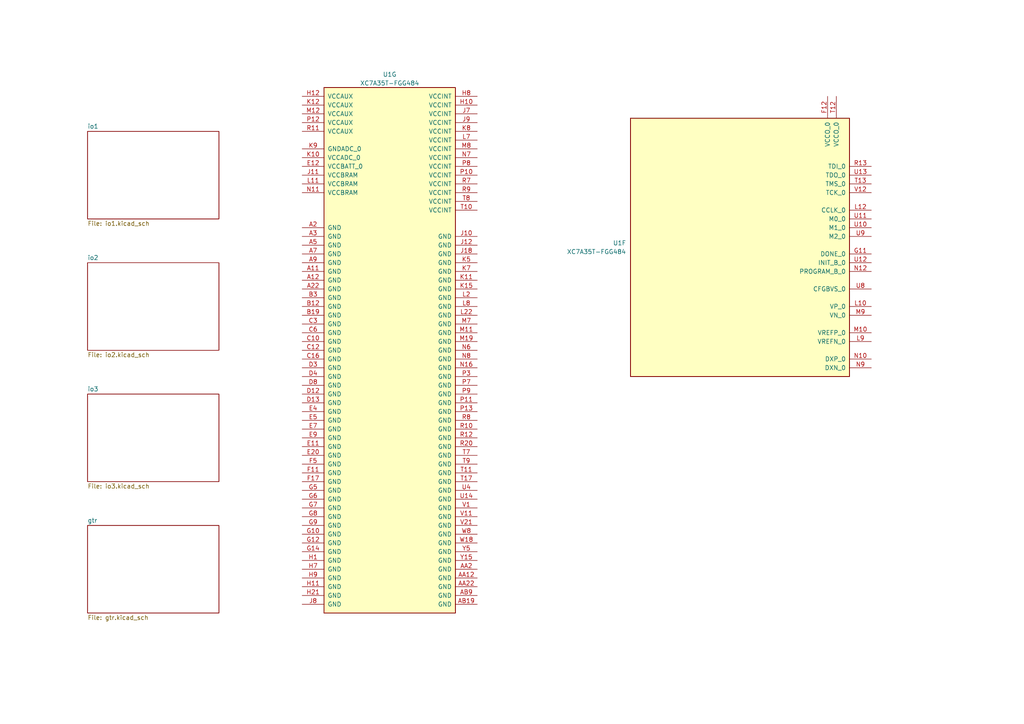
<source format=kicad_sch>
(kicad_sch (version 20250114) (generator "eeschema") (generator_version "9.0")
  (paper "A4")
  (lib_symbols
    (symbol "FPGA_Xilinx_Artix7:XC7A35T-FGG484" (pin_names (offset 1.016))
      (property "Reference" "U" (at 0 1.27 0))
      (property "Value" "XC7A35T-FGG484" (at 0 -1.27 0))
      (symbol "XC7A35T-FGG484_1_1"
        (rectangle (start -44.45 67.31) (end 44.45 -73.66) (stroke (width 0.254)) (fill (type background)))
        (pin power_in line (at -40.64 73.66 270) (length 6.35) (name "VCCO_13") (number "AA17"))
        (pin power_in line (at -38.1 73.66 270) (length 6.35) (name "VCCO_13") (number "AB14"))
        (pin power_in line (at -35.56 73.66 270) (length 6.35) (name "VCCO_13") (number "V16"))
        (pin power_in line (at -33.02 73.66 270) (length 6.35) (name "VCCO_13") (number "W13"))
        (pin power_in line (at -30.48 73.66 270) (length 6.35) (name "VCCO_13") (number "Y10"))
        (pin power_in line (at 27.94 73.66 270) (length 6.35) (name "VCCO_14") (number "M14"))
        (pin power_in line (at 30.48 73.66 270) (length 6.35) (name "VCCO_14") (number "P18"))
        (pin power_in line (at 33.02 73.66 270) (length 6.35) (name "VCCO_14") (number "R15"))
        (pin power_in line (at 35.56 73.66 270) (length 6.35) (name "VCCO_14") (number "T22"))
        (pin power_in line (at 38.1 73.66 270) (length 6.35) (name "VCCO_14") (number "U19"))
        (pin power_in line (at 40.64 73.66 270) (length 6.35) (name "VCCO_14") (number "Y20"))
        (pin bidirectional line (at 50.8 53.34 180) (length 6.35) (name "IO_0_14") (number "P20"))
        (pin bidirectional line (at 50.8 50.8 180) (length 6.35) (name "IO_L1P_T0_D00_MOSI_14") (number "P22"))
        (pin bidirectional line (at 50.8 48.26 180) (length 6.35) (name "IO_L1N_T0_D01_DIN_14") (number "R22"))
        (pin bidirectional line (at 50.8 45.72 180) (length 6.35) (name "IO_L2P_T0_D02_14") (number "P21"))
        (pin bidirectional line (at 50.8 43.18 180) (length 6.35) (name "IO_L2N_T0_D03_14") (number "R21"))
        (pin bidirectional line (at 50.8 40.64 180) (length 6.35) (name "IO_L3P_T0_DQS_PUDC_B_14") (number "U22"))
        (pin bidirectional line (at 50.8 38.1 180) (length 6.35) (name "IO_L3N_T0_DQS_EMCCLK_14") (number "V22"))
        (pin bidirectional line (at 50.8 35.56 180) (length 6.35) (name "IO_L4P_T0_D04_14") (number "T21"))
        (pin bidirectional line (at 50.8 33.02 180) (length 6.35) (name "IO_L4N_T0_D05_14") (number "U21"))
        (pin bidirectional line (at 50.8 30.48 180) (length 6.35) (name "IO_L5P_T0_D06_14") (number "P19"))
        (pin bidirectional line (at 50.8 27.94 180) (length 6.35) (name "IO_L5N_T0_D07_14") (number "R19"))
        (pin bidirectional line (at 50.8 25.4 180) (length 6.35) (name "IO_L6P_T0_FCS_B_14") (number "T19"))
        (pin bidirectional line (at 50.8 22.86 180) (length 6.35) (name "IO_L6N_T0_D08_VREF_14") (number "T20"))
        (pin bidirectional line (at 50.8 20.32 180) (length 6.35) (name "IO_L7P_T1_D09_14") (number "W21"))
        (pin bidirectional line (at 50.8 17.78 180) (length 6.35) (name "IO_L7N_T1_D10_14") (number "W22"))
        (pin bidirectional line (at 50.8 15.24 180) (length 6.35) (name "IO_L8P_T1_D11_14") (number "AA20"))
        (pin bidirectional line (at 50.8 12.7 180) (length 6.35) (name "IO_L8N_T1_D12_14") (number "AA21"))
        (pin bidirectional line (at 50.8 10.16 180) (length 6.35) (name "IO_L9P_T1_DQS_14") (number "Y21"))
        (pin bidirectional line (at 50.8 7.62 180) (length 6.35) (name "IO_L9N_T1_DQS_D13_14") (number "Y22"))
        (pin bidirectional line (at 50.8 5.08 180) (length 6.35) (name "IO_L10P_T1_D14_14") (number "AB21"))
        (pin bidirectional line (at 50.8 2.54 180) (length 6.35) (name "IO_L10N_T1_D15_14") (number "AB22"))
        (pin bidirectional line (at 50.8 0 180) (length 6.35) (name "IO_L11P_T1_SRCC_14") (number "U20"))
        (pin bidirectional line (at 50.8 -2.54 180) (length 6.35) (name "IO_L11N_T1_SRCC_14") (number "V20"))
        (pin bidirectional line (at 50.8 -5.08 180) (length 6.35) (name "IO_L12P_T1_MRCC_14") (number "W19"))
        (pin bidirectional line (at 50.8 -7.62 180) (length 6.35) (name "IO_L12N_T1_MRCC_14") (number "W20"))
        (pin bidirectional line (at 50.8 -10.16 180) (length 6.35) (name "IO_L13P_T2_MRCC_14") (number "Y18"))
        (pin bidirectional line (at 50.8 -12.7 180) (length 6.35) (name "IO_L13N_T2_MRCC_14") (number "Y19"))
        (pin bidirectional line (at 50.8 -15.24 180) (length 6.35) (name "IO_L14P_T2_SRCC_14") (number "V18"))
        (pin bidirectional line (at 50.8 -17.78 180) (length 6.35) (name "IO_L14N_T2_SRCC_14") (number "V19"))
        (pin bidirectional line (at 50.8 -20.32 180) (length 6.35) (name "IO_L15P_T2_DQS_RDWR_B_14") (number "AA19"))
        (pin bidirectional line (at 50.8 -22.86 180) (length 6.35) (name "IO_L15N_T2_DQS_DOUT_CSO_B_14") (number "AB20"))
        (pin bidirectional line (at 50.8 -25.4 180) (length 6.35) (name "IO_L16P_T2_CSI_B_14") (number "V17"))
        (pin bidirectional line (at 50.8 -27.94 180) (length 6.35) (name "IO_L16N_T2_A15_D31_14") (number "W17"))
        (pin bidirectional line (at 50.8 -30.48 180) (length 6.35) (name "IO_L17P_T2_A14_D30_14") (number "AA18"))
        (pin bidirectional line (at 50.8 -33.02 180) (length 6.35) (name "IO_L17N_T2_A13_D29_14") (number "AB18"))
        (pin bidirectional line (at 50.8 -35.56 180) (length 6.35) (name "IO_L18P_T2_A12_D28_14") (number "U17"))
        (pin bidirectional line (at 50.8 -38.1 180) (length 6.35) (name "IO_L18N_T2_A11_D27_14") (number "U18"))
        (pin bidirectional line (at 50.8 -40.64 180) (length 6.35) (name "IO_L19P_T3_A10_D26_14") (number "P14"))
        (pin bidirectional line (at 50.8 -43.18 180) (length 6.35) (name "IO_L19N_T3_A09_D25_VREF_14") (number "R14"))
        (pin bidirectional line (at 50.8 -45.72 180) (length 6.35) (name "IO_L20P_T3_A08_D24_14") (number "R18"))
        (pin bidirectional line (at 50.8 -48.26 180) (length 6.35) (name "IO_L20N_T3_A07_D23_14") (number "T18"))
        (pin bidirectional line (at 50.8 -50.8 180) (length 6.35) (name "IO_L21P_T3_DQS_14") (number "N17"))
        (pin bidirectional line (at 50.8 -53.34 180) (length 6.35) (name "IO_L21N_T3_DQS_A06_D22_14") (number "P17"))
        (pin bidirectional line (at 50.8 -55.88 180) (length 6.35) (name "IO_L22P_T3_A05_D21_14") (number "P15"))
        (pin bidirectional line (at 50.8 -58.42 180) (length 6.35) (name "IO_L22N_T3_A04_D20_14") (number "R16"))
        (pin bidirectional line (at 50.8 -60.96 180) (length 6.35) (name "IO_L23P_T3_A03_D19_14") (number "N13"))
        (pin bidirectional line (at 50.8 -63.5 180) (length 6.35) (name "IO_L23N_T3_A02_D18_14") (number "N14"))
        (pin bidirectional line (at 50.8 -66.04 180) (length 6.35) (name "IO_L24P_T3_A01_D17_14") (number "P16"))
        (pin bidirectional line (at 50.8 -68.58 180) (length 6.35) (name "IO_L24N_T3_A00_D16_14") (number "R17"))
        (pin bidirectional line (at 50.8 -71.12 180) (length 6.35) (name "IO_25_14") (number "N15"))
      )
      (symbol "XC7A35T-FGG484_2_1"
        (rectangle (start -44.45 67.31) (end 44.45 -73.66) (stroke (width 0.254)) (fill (type background)))
        (pin bidirectional line (at -50.8 53.34 0) (length 6.35) (name "IO_0_15") (number "J16"))
        (pin bidirectional line (at -50.8 50.8 0) (length 6.35) (name "IO_L1P_T0_AD0P_15") (number "H13"))
        (pin bidirectional line (at -50.8 48.26 0) (length 6.35) (name "IO_L1N_T0_AD0N_15") (number "G13"))
        (pin bidirectional line (at -50.8 45.72 0) (length 6.35) (name "IO_L2P_T0_AD8P_15") (number "G15"))
        (pin bidirectional line (at -50.8 43.18 0) (length 6.35) (name "IO_L2N_T0_AD8N_15") (number "G16"))
        (pin bidirectional line (at -50.8 40.64 0) (length 6.35) (name "IO_L3P_T0_DQS_AD1P_15") (number "J14"))
        (pin bidirectional line (at -50.8 38.1 0) (length 6.35) (name "IO_L3N_T0_DQS_AD1N_15") (number "H14"))
        (pin bidirectional line (at -50.8 35.56 0) (length 6.35) (name "IO_L4P_T0_15") (number "G17"))
        (pin bidirectional line (at -50.8 33.02 0) (length 6.35) (name "IO_L4N_T0_15") (number "G18"))
        (pin bidirectional line (at -50.8 30.48 0) (length 6.35) (name "IO_L5P_T0_AD9P_15") (number "J15"))
        (pin bidirectional line (at -50.8 27.94 0) (length 6.35) (name "IO_L5N_T0_AD9N_15") (number "H15"))
        (pin bidirectional line (at -50.8 25.4 0) (length 6.35) (name "IO_L6P_T0_15") (number "H17"))
        (pin bidirectional line (at -50.8 22.86 0) (length 6.35) (name "IO_L6N_T0_VREF_15") (number "H18"))
        (pin bidirectional line (at -50.8 20.32 0) (length 6.35) (name "IO_L7P_T1_AD2P_15") (number "J22"))
        (pin bidirectional line (at -50.8 17.78 0) (length 6.35) (name "IO_L7N_T1_AD2N_15") (number "H22"))
        (pin bidirectional line (at -50.8 15.24 0) (length 6.35) (name "IO_L8P_T1_AD10P_15") (number "H20"))
        (pin bidirectional line (at -50.8 12.7 0) (length 6.35) (name "IO_L8N_T1_AD10N_15") (number "G20"))
        (pin bidirectional line (at -50.8 10.16 0) (length 6.35) (name "IO_L9P_T1_DQS_AD3P_15") (number "K21"))
        (pin bidirectional line (at -50.8 7.62 0) (length 6.35) (name "IO_L9N_T1_DQS_AD3N_15") (number "K22"))
        (pin bidirectional line (at -50.8 5.08 0) (length 6.35) (name "IO_L10P_T1_AD11P_15") (number "M21"))
        (pin bidirectional line (at -50.8 2.54 0) (length 6.35) (name "IO_L10N_T1_AD11N_15") (number "L21"))
        (pin bidirectional line (at -50.8 0 0) (length 6.35) (name "IO_L11P_T1_SRCC_15") (number "J20"))
        (pin bidirectional line (at -50.8 -2.54 0) (length 6.35) (name "IO_L11N_T1_SRCC_15") (number "J21"))
        (pin bidirectional line (at -50.8 -5.08 0) (length 6.35) (name "IO_L12P_T1_MRCC_15") (number "J19"))
        (pin bidirectional line (at -50.8 -7.62 0) (length 6.35) (name "IO_L12N_T1_MRCC_15") (number "H19"))
        (pin bidirectional line (at -50.8 -10.16 0) (length 6.35) (name "IO_L13P_T2_MRCC_15") (number "K18"))
        (pin bidirectional line (at -50.8 -12.7 0) (length 6.35) (name "IO_L13N_T2_MRCC_15") (number "K19"))
        (pin bidirectional line (at -50.8 -15.24 0) (length 6.35) (name "IO_L14P_T2_SRCC_15") (number "L19"))
        (pin bidirectional line (at -50.8 -17.78 0) (length 6.35) (name "IO_L14N_T2_SRCC_15") (number "L20"))
        (pin bidirectional line (at -50.8 -20.32 0) (length 6.35) (name "IO_L15P_T2_DQS_15") (number "N22"))
        (pin bidirectional line (at -50.8 -22.86 0) (length 6.35) (name "IO_L15N_T2_DQS_ADV_B_15") (number "M22"))
        (pin bidirectional line (at -50.8 -25.4 0) (length 6.35) (name "IO_L16P_T2_A28_15") (number "M18"))
        (pin bidirectional line (at -50.8 -27.94 0) (length 6.35) (name "IO_L16N_T2_A27_15") (number "L18"))
        (pin bidirectional line (at -50.8 -30.48 0) (length 6.35) (name "IO_L17P_T2_A26_15") (number "N18"))
        (pin bidirectional line (at -50.8 -33.02 0) (length 6.35) (name "IO_L17N_T2_A25_15") (number "N19"))
        (pin bidirectional line (at -50.8 -35.56 0) (length 6.35) (name "IO_L18P_T2_A24_15") (number "N20"))
        (pin bidirectional line (at -50.8 -38.1 0) (length 6.35) (name "IO_L18N_T2_A23_15") (number "M20"))
        (pin bidirectional line (at -50.8 -40.64 0) (length 6.35) (name "IO_L19P_T3_A22_15") (number "K13"))
        (pin bidirectional line (at -50.8 -43.18 0) (length 6.35) (name "IO_L19N_T3_A21_VREF_15") (number "K14"))
        (pin bidirectional line (at -50.8 -45.72 0) (length 6.35) (name "IO_L20P_T3_A20_15") (number "M13"))
        (pin bidirectional line (at -50.8 -48.26 0) (length 6.35) (name "IO_L20N_T3_A19_15") (number "L13"))
        (pin bidirectional line (at -50.8 -50.8 0) (length 6.35) (name "IO_L21P_T3_DQS_15") (number "K17"))
        (pin bidirectional line (at -50.8 -53.34 0) (length 6.35) (name "IO_L21N_T3_DQS_A18_15") (number "J17"))
        (pin bidirectional line (at -50.8 -55.88 0) (length 6.35) (name "IO_L22P_T3_A17_15") (number "L14"))
        (pin bidirectional line (at -50.8 -58.42 0) (length 6.35) (name "IO_L22N_T3_A16_15") (number "L15"))
        (pin bidirectional line (at -50.8 -60.96 0) (length 6.35) (name "IO_L23P_T3_FOE_B_15") (number "L16"))
        (pin bidirectional line (at -50.8 -63.5 0) (length 6.35) (name "IO_L23N_T3_FWE_B_15") (number "K16"))
        (pin bidirectional line (at -50.8 -66.04 0) (length 6.35) (name "IO_L24P_T3_RS1_15") (number "M15"))
        (pin bidirectional line (at -50.8 -68.58 0) (length 6.35) (name "IO_L24N_T3_RS0_15") (number "M16"))
        (pin bidirectional line (at -50.8 -71.12 0) (length 6.35) (name "IO_25_15") (number "M17"))
        (pin power_in line (at -40.64 73.66 270) (length 6.35) (name "VCCO_15") (number "G19"))
        (pin power_in line (at -38.1 73.66 270) (length 6.35) (name "VCCO_15") (number "H16"))
        (pin power_in line (at -35.56 73.66 270) (length 6.35) (name "VCCO_15") (number "J13"))
        (pin power_in line (at -33.02 73.66 270) (length 6.35) (name "VCCO_15") (number "K20"))
        (pin power_in line (at -30.48 73.66 270) (length 6.35) (name "VCCO_15") (number "L17"))
        (pin power_in line (at -27.94 73.66 270) (length 6.35) (name "VCCO_15") (number "N21"))
        (pin power_in line (at 27.94 73.66 270) (length 6.35) (name "VCCO_16") (number "A17"))
        (pin power_in line (at 30.48 73.66 270) (length 6.35) (name "VCCO_16") (number "B14"))
        (pin power_in line (at 33.02 73.66 270) (length 6.35) (name "VCCO_16") (number "C21"))
        (pin power_in line (at 35.56 73.66 270) (length 6.35) (name "VCCO_16") (number "D18"))
        (pin power_in line (at 38.1 73.66 270) (length 6.35) (name "VCCO_16") (number "E15"))
        (pin power_in line (at 40.64 73.66 270) (length 6.35) (name "VCCO_16") (number "F22"))
        (pin bidirectional line (at 50.8 53.34 180) (length 6.35) (name "IO_0_16") (number "F15"))
        (pin bidirectional line (at 50.8 50.8 180) (length 6.35) (name "IO_L1P_T0_16") (number "F13"))
        (pin bidirectional line (at 50.8 48.26 180) (length 6.35) (name "IO_L1N_T0_16") (number "F14"))
        (pin bidirectional line (at 50.8 45.72 180) (length 6.35) (name "IO_L2P_T0_16") (number "F16"))
        (pin bidirectional line (at 50.8 43.18 180) (length 6.35) (name "IO_L2N_T0_16") (number "E17"))
        (pin bidirectional line (at 50.8 40.64 180) (length 6.35) (name "IO_L3P_T0_DQS_16") (number "C14"))
        (pin bidirectional line (at 50.8 38.1 180) (length 6.35) (name "IO_L3N_T0_DQS_16") (number "C15"))
        (pin bidirectional line (at 50.8 35.56 180) (length 6.35) (name "IO_L4P_T0_16") (number "E13"))
        (pin bidirectional line (at 50.8 33.02 180) (length 6.35) (name "IO_L4N_T0_16") (number "E14"))
        (pin bidirectional line (at 50.8 30.48 180) (length 6.35) (name "IO_L5P_T0_16") (number "E16"))
        (pin bidirectional line (at 50.8 27.94 180) (length 6.35) (name "IO_L5N_T0_16") (number "D16"))
        (pin bidirectional line (at 50.8 25.4 180) (length 6.35) (name "IO_L6P_T0_16") (number "D14"))
        (pin bidirectional line (at 50.8 22.86 180) (length 6.35) (name "IO_L6N_T0_VREF_16") (number "D15"))
        (pin bidirectional line (at 50.8 20.32 180) (length 6.35) (name "IO_L7P_T1_16") (number "B15"))
        (pin bidirectional line (at 50.8 17.78 180) (length 6.35) (name "IO_L7N_T1_16") (number "B16"))
        (pin bidirectional line (at 50.8 15.24 180) (length 6.35) (name "IO_L8P_T1_16") (number "C13"))
        (pin bidirectional line (at 50.8 12.7 180) (length 6.35) (name "IO_L8N_T1_16") (number "B13"))
        (pin bidirectional line (at 50.8 10.16 180) (length 6.35) (name "IO_L9P_T1_DQS_16") (number "A15"))
        (pin bidirectional line (at 50.8 7.62 180) (length 6.35) (name "IO_L9N_T1_DQS_16") (number "A16"))
        (pin bidirectional line (at 50.8 5.08 180) (length 6.35) (name "IO_L10P_T1_16") (number "A13"))
        (pin bidirectional line (at 50.8 2.54 180) (length 6.35) (name "IO_L10N_T1_16") (number "A14"))
        (pin bidirectional line (at 50.8 0 180) (length 6.35) (name "IO_L11P_T1_SRCC_16") (number "B17"))
        (pin bidirectional line (at 50.8 -2.54 180) (length 6.35) (name "IO_L11N_T1_SRCC_16") (number "B18"))
        (pin bidirectional line (at 50.8 -5.08 180) (length 6.35) (name "IO_L12P_T1_MRCC_16") (number "D17"))
        (pin bidirectional line (at 50.8 -7.62 180) (length 6.35) (name "IO_L12N_T1_MRCC_16") (number "C17"))
        (pin bidirectional line (at 50.8 -10.16 180) (length 6.35) (name "IO_L13P_T2_MRCC_16") (number "C18"))
        (pin bidirectional line (at 50.8 -12.7 180) (length 6.35) (name "IO_L13N_T2_MRCC_16") (number "C19"))
        (pin bidirectional line (at 50.8 -15.24 180) (length 6.35) (name "IO_L14P_T2_SRCC_16") (number "E19"))
        (pin bidirectional line (at 50.8 -17.78 180) (length 6.35) (name "IO_L14N_T2_SRCC_16") (number "D19"))
        (pin bidirectional line (at 50.8 -20.32 180) (length 6.35) (name "IO_L15P_T2_DQS_16") (number "F18"))
        (pin bidirectional line (at 50.8 -22.86 180) (length 6.35) (name "IO_L15N_T2_DQS_16") (number "E18"))
        (pin bidirectional line (at 50.8 -25.4 180) (length 6.35) (name "IO_L16P_T2_16") (number "B20"))
        (pin bidirectional line (at 50.8 -27.94 180) (length 6.35) (name "IO_L16N_T2_16") (number "A20"))
        (pin bidirectional line (at 50.8 -30.48 180) (length 6.35) (name "IO_L17P_T2_16") (number "A18"))
        (pin bidirectional line (at 50.8 -33.02 180) (length 6.35) (name "IO_L17N_T2_16") (number "A19"))
        (pin bidirectional line (at 50.8 -35.56 180) (length 6.35) (name "IO_L18P_T2_16") (number "F19"))
        (pin bidirectional line (at 50.8 -38.1 180) (length 6.35) (name "IO_L18N_T2_16") (number "F20"))
        (pin bidirectional line (at 50.8 -40.64 180) (length 6.35) (name "IO_L19P_T3_16") (number "D20"))
        (pin bidirectional line (at 50.8 -43.18 180) (length 6.35) (name "IO_L19N_T3_VREF_16") (number "C20"))
        (pin bidirectional line (at 50.8 -45.72 180) (length 6.35) (name "IO_L20P_T3_16") (number "C22"))
        (pin bidirectional line (at 50.8 -48.26 180) (length 6.35) (name "IO_L20N_T3_16") (number "B22"))
        (pin bidirectional line (at 50.8 -50.8 180) (length 6.35) (name "IO_L21P_T3_DQS_16") (number "B21"))
        (pin bidirectional line (at 50.8 -53.34 180) (length 6.35) (name "IO_L21N_T3_DQS_16") (number "A21"))
        (pin bidirectional line (at 50.8 -55.88 180) (length 6.35) (name "IO_L22P_T3_16") (number "E22"))
        (pin bidirectional line (at 50.8 -58.42 180) (length 6.35) (name "IO_L22N_T3_16") (number "D22"))
        (pin bidirectional line (at 50.8 -60.96 180) (length 6.35) (name "IO_L23P_T3_16") (number "E21"))
        (pin bidirectional line (at 50.8 -63.5 180) (length 6.35) (name "IO_L23N_T3_16") (number "D21"))
        (pin bidirectional line (at 50.8 -66.04 180) (length 6.35) (name "IO_L24P_T3_16") (number "G21"))
        (pin bidirectional line (at 50.8 -68.58 180) (length 6.35) (name "IO_L24N_T3_16") (number "G22"))
        (pin bidirectional line (at 50.8 -71.12 180) (length 6.35) (name "IO_25_16") (number "F21"))
      )
      (symbol "XC7A35T-FGG484_3_1"
        (rectangle (start -44.45 67.31) (end 44.45 -73.66) (stroke (width 0.254)) (fill (type background)))
        (pin bidirectional line (at -50.8 53.34 0) (length 6.35) (name "IO_0_34") (number "T3"))
        (pin bidirectional line (at -50.8 50.8 0) (length 6.35) (name "IO_L1P_T0_34") (number "T1"))
        (pin bidirectional line (at -50.8 48.26 0) (length 6.35) (name "IO_L1N_T0_34") (number "U1"))
        (pin bidirectional line (at -50.8 45.72 0) (length 6.35) (name "IO_L2P_T0_34") (number "U2"))
        (pin bidirectional line (at -50.8 43.18 0) (length 6.35) (name "IO_L2N_T0_34") (number "V2"))
        (pin bidirectional line (at -50.8 40.64 0) (length 6.35) (name "IO_L3P_T0_DQS_34") (number "R3"))
        (pin bidirectional line (at -50.8 38.1 0) (length 6.35) (name "IO_L3N_T0_DQS_34") (number "R2"))
        (pin bidirectional line (at -50.8 35.56 0) (length 6.35) (name "IO_L4P_T0_34") (number "W2"))
        (pin bidirectional line (at -50.8 33.02 0) (length 6.35) (name "IO_L4N_T0_34") (number "Y2"))
        (pin bidirectional line (at -50.8 30.48 0) (length 6.35) (name "IO_L5P_T0_34") (number "W1"))
        (pin bidirectional line (at -50.8 27.94 0) (length 6.35) (name "IO_L5N_T0_34") (number "Y1"))
        (pin bidirectional line (at -50.8 25.4 0) (length 6.35) (name "IO_L6P_T0_34") (number "U3"))
        (pin bidirectional line (at -50.8 22.86 0) (length 6.35) (name "IO_L6N_T0_VREF_34") (number "V3"))
        (pin bidirectional line (at -50.8 20.32 0) (length 6.35) (name "IO_L7P_T1_34") (number "AA1"))
        (pin bidirectional line (at -50.8 17.78 0) (length 6.35) (name "IO_L7N_T1_34") (number "AB1"))
        (pin bidirectional line (at -50.8 15.24 0) (length 6.35) (name "IO_L8P_T1_34") (number "AB3"))
        (pin bidirectional line (at -50.8 12.7 0) (length 6.35) (name "IO_L8N_T1_34") (number "AB2"))
        (pin bidirectional line (at -50.8 10.16 0) (length 6.35) (name "IO_L9P_T1_DQS_34") (number "Y3"))
        (pin bidirectional line (at -50.8 7.62 0) (length 6.35) (name "IO_L9N_T1_DQS_34") (number "AA3"))
        (pin bidirectional line (at -50.8 5.08 0) (length 6.35) (name "IO_L10P_T1_34") (number "AA5"))
        (pin bidirectional line (at -50.8 2.54 0) (length 6.35) (name "IO_L10N_T1_34") (number "AB5"))
        (pin bidirectional line (at -50.8 0 0) (length 6.35) (name "IO_L11P_T1_SRCC_34") (number "Y4"))
        (pin bidirectional line (at -50.8 -2.54 0) (length 6.35) (name "IO_L11N_T1_SRCC_34") (number "AA4"))
        (pin bidirectional line (at -50.8 -5.08 0) (length 6.35) (name "IO_L12P_T1_MRCC_34") (number "V4"))
        (pin bidirectional line (at -50.8 -7.62 0) (length 6.35) (name "IO_L12N_T1_MRCC_34") (number "W4"))
        (pin bidirectional line (at -50.8 -10.16 0) (length 6.35) (name "IO_L13P_T2_MRCC_34") (number "R4"))
        (pin bidirectional line (at -50.8 -12.7 0) (length 6.35) (name "IO_L13N_T2_MRCC_34") (number "T4"))
        (pin bidirectional line (at -50.8 -15.24 0) (length 6.35) (name "IO_L14P_T2_SRCC_34") (number "T5"))
        (pin bidirectional line (at -50.8 -17.78 0) (length 6.35) (name "IO_L14N_T2_SRCC_34") (number "U5"))
        (pin bidirectional line (at -50.8 -20.32 0) (length 6.35) (name "IO_L15P_T2_DQS_34") (number "W6"))
        (pin bidirectional line (at -50.8 -22.86 0) (length 6.35) (name "IO_L15N_T2_DQS_34") (number "W5"))
        (pin bidirectional line (at -50.8 -25.4 0) (length 6.35) (name "IO_L16P_T2_34") (number "U6"))
        (pin bidirectional line (at -50.8 -27.94 0) (length 6.35) (name "IO_L16N_T2_34") (number "V5"))
        (pin bidirectional line (at -50.8 -30.48 0) (length 6.35) (name "IO_L17P_T2_34") (number "R6"))
        (pin bidirectional line (at -50.8 -33.02 0) (length 6.35) (name "IO_L17N_T2_34") (number "T6"))
        (pin bidirectional line (at -50.8 -35.56 0) (length 6.35) (name "IO_L18P_T2_34") (number "Y6"))
        (pin bidirectional line (at -50.8 -38.1 0) (length 6.35) (name "IO_L18N_T2_34") (number "AA6"))
        (pin bidirectional line (at -50.8 -40.64 0) (length 6.35) (name "IO_L19P_T3_34") (number "V7"))
        (pin bidirectional line (at -50.8 -43.18 0) (length 6.35) (name "IO_L19N_T3_VREF_34") (number "W7"))
        (pin bidirectional line (at -50.8 -45.72 0) (length 6.35) (name "IO_L20P_T3_34") (number "AB7"))
        (pin bidirectional line (at -50.8 -48.26 0) (length 6.35) (name "IO_L20N_T3_34") (number "AB6"))
        (pin bidirectional line (at -50.8 -50.8 0) (length 6.35) (name "IO_L21P_T3_DQS_34") (number "V9"))
        (pin bidirectional line (at -50.8 -53.34 0) (length 6.35) (name "IO_L21N_T3_DQS_34") (number "V8"))
        (pin bidirectional line (at -50.8 -55.88 0) (length 6.35) (name "IO_L22P_T3_34") (number "AA8"))
        (pin bidirectional line (at -50.8 -58.42 0) (length 6.35) (name "IO_L22N_T3_34") (number "AB8"))
        (pin bidirectional line (at -50.8 -60.96 0) (length 6.35) (name "IO_L23P_T3_34") (number "Y8"))
        (pin bidirectional line (at -50.8 -63.5 0) (length 6.35) (name "IO_L23N_T3_34") (number "Y7"))
        (pin bidirectional line (at -50.8 -66.04 0) (length 6.35) (name "IO_L24P_T3_34") (number "W9"))
        (pin bidirectional line (at -50.8 -68.58 0) (length 6.35) (name "IO_L24N_T3_34") (number "Y9"))
        (pin bidirectional line (at -50.8 -71.12 0) (length 6.35) (name "IO_25_34") (number "U7"))
        (pin power_in line (at -40.64 73.66 270) (length 6.35) (name "VCCO_34") (number "AA7"))
        (pin power_in line (at -38.1 73.66 270) (length 6.35) (name "VCCO_34") (number "AB4"))
        (pin power_in line (at -35.56 73.66 270) (length 6.35) (name "VCCO_34") (number "R5"))
        (pin power_in line (at -33.02 73.66 270) (length 6.35) (name "VCCO_34") (number "T2"))
        (pin power_in line (at -30.48 73.66 270) (length 6.35) (name "VCCO_34") (number "V6"))
        (pin power_in line (at -27.94 73.66 270) (length 6.35) (name "VCCO_34") (number "W3"))
        (pin power_in line (at 27.94 73.66 270) (length 6.35) (name "VCCO_35") (number "C1"))
        (pin power_in line (at 30.48 73.66 270) (length 6.35) (name "VCCO_35") (number "F2"))
        (pin power_in line (at 33.02 73.66 270) (length 6.35) (name "VCCO_35") (number "H6"))
        (pin power_in line (at 35.56 73.66 270) (length 6.35) (name "VCCO_35") (number "J3"))
        (pin power_in line (at 38.1 73.66 270) (length 6.35) (name "VCCO_35") (number "M4"))
        (pin power_in line (at 40.64 73.66 270) (length 6.35) (name "VCCO_35") (number "N1"))
        (pin bidirectional line (at 50.8 53.34 180) (length 6.35) (name "IO_0_35") (number "F4"))
        (pin bidirectional line (at 50.8 50.8 180) (length 6.35) (name "IO_L1P_T0_AD4P_35") (number "B1"))
        (pin bidirectional line (at 50.8 48.26 180) (length 6.35) (name "IO_L1N_T0_AD4N_35") (number "A1"))
        (pin bidirectional line (at 50.8 45.72 180) (length 6.35) (name "IO_L2P_T0_AD12P_35") (number "C2"))
        (pin bidirectional line (at 50.8 43.18 180) (length 6.35) (name "IO_L2N_T0_AD12N_35") (number "B2"))
        (pin bidirectional line (at 50.8 40.64 180) (length 6.35) (name "IO_L3P_T0_DQS_AD5P_35") (number "E1"))
        (pin bidirectional line (at 50.8 38.1 180) (length 6.35) (name "IO_L3N_T0_DQS_AD5N_35") (number "D1"))
        (pin bidirectional line (at 50.8 35.56 180) (length 6.35) (name "IO_L4P_T0_35") (number "E2"))
        (pin bidirectional line (at 50.8 33.02 180) (length 6.35) (name "IO_L4N_T0_35") (number "D2"))
        (pin bidirectional line (at 50.8 30.48 180) (length 6.35) (name "IO_L5P_T0_AD13P_35") (number "G1"))
        (pin bidirectional line (at 50.8 27.94 180) (length 6.35) (name "IO_L5N_T0_AD13N_35") (number "F1"))
        (pin bidirectional line (at 50.8 25.4 180) (length 6.35) (name "IO_L6P_T0_35") (number "F3"))
        (pin bidirectional line (at 50.8 22.86 180) (length 6.35) (name "IO_L6N_T0_VREF_35") (number "E3"))
        (pin bidirectional line (at 50.8 20.32 180) (length 6.35) (name "IO_L7P_T1_AD6P_35") (number "K1"))
        (pin bidirectional line (at 50.8 17.78 180) (length 6.35) (name "IO_L7N_T1_AD6N_35") (number "J1"))
        (pin bidirectional line (at 50.8 15.24 180) (length 6.35) (name "IO_L8P_T1_AD14P_35") (number "H2"))
        (pin bidirectional line (at 50.8 12.7 180) (length 6.35) (name "IO_L8N_T1_AD14N_35") (number "G2"))
        (pin bidirectional line (at 50.8 10.16 180) (length 6.35) (name "IO_L9P_T1_DQS_AD7P_35") (number "K2"))
        (pin bidirectional line (at 50.8 7.62 180) (length 6.35) (name "IO_L9N_T1_DQS_AD7N_35") (number "J2"))
        (pin bidirectional line (at 50.8 5.08 180) (length 6.35) (name "IO_L10P_T1_AD15P_35") (number "J5"))
        (pin bidirectional line (at 50.8 2.54 180) (length 6.35) (name "IO_L10N_T1_AD15N_35") (number "H5"))
        (pin bidirectional line (at 50.8 0 180) (length 6.35) (name "IO_L11P_T1_SRCC_35") (number "H3"))
        (pin bidirectional line (at 50.8 -2.54 180) (length 6.35) (name "IO_L11N_T1_SRCC_35") (number "G3"))
        (pin bidirectional line (at 50.8 -5.08 180) (length 6.35) (name "IO_L12P_T1_MRCC_35") (number "H4"))
        (pin bidirectional line (at 50.8 -7.62 180) (length 6.35) (name "IO_L12N_T1_MRCC_35") (number "G4"))
        (pin bidirectional line (at 50.8 -10.16 180) (length 6.35) (name "IO_L13P_T2_MRCC_35") (number "K4"))
        (pin bidirectional line (at 50.8 -12.7 180) (length 6.35) (name "IO_L13N_T2_MRCC_35") (number "J4"))
        (pin bidirectional line (at 50.8 -15.24 180) (length 6.35) (name "IO_L14P_T2_SRCC_35") (number "L3"))
        (pin bidirectional line (at 50.8 -17.78 180) (length 6.35) (name "IO_L14N_T2_SRCC_35") (number "K3"))
        (pin bidirectional line (at 50.8 -20.32 180) (length 6.35) (name "IO_L15P_T2_DQS_35") (number "M1"))
        (pin bidirectional line (at 50.8 -22.86 180) (length 6.35) (name "IO_L15N_T2_DQS_35") (number "L1"))
        (pin bidirectional line (at 50.8 -25.4 180) (length 6.35) (name "IO_L16P_T2_35") (number "M3"))
        (pin bidirectional line (at 50.8 -27.94 180) (length 6.35) (name "IO_L16N_T2_35") (number "M2"))
        (pin bidirectional line (at 50.8 -30.48 180) (length 6.35) (name "IO_L17P_T2_35") (number "K6"))
        (pin bidirectional line (at 50.8 -33.02 180) (length 6.35) (name "IO_L17N_T2_35") (number "J6"))
        (pin bidirectional line (at 50.8 -35.56 180) (length 6.35) (name "IO_L18P_T2_35") (number "L5"))
        (pin bidirectional line (at 50.8 -38.1 180) (length 6.35) (name "IO_L18N_T2_35") (number "L4"))
        (pin bidirectional line (at 50.8 -40.64 180) (length 6.35) (name "IO_L19P_T3_35") (number "N4"))
        (pin bidirectional line (at 50.8 -43.18 180) (length 6.35) (name "IO_L19N_T3_VREF_35") (number "N3"))
        (pin bidirectional line (at 50.8 -45.72 180) (length 6.35) (name "IO_L20P_T3_35") (number "R1"))
        (pin bidirectional line (at 50.8 -48.26 180) (length 6.35) (name "IO_L20N_T3_35") (number "P1"))
        (pin bidirectional line (at 50.8 -50.8 180) (length 6.35) (name "IO_L21P_T3_DQS_35") (number "P5"))
        (pin bidirectional line (at 50.8 -53.34 180) (length 6.35) (name "IO_L21N_T3_DQS_35") (number "P4"))
        (pin bidirectional line (at 50.8 -55.88 180) (length 6.35) (name "IO_L22P_T3_35") (number "P2"))
        (pin bidirectional line (at 50.8 -58.42 180) (length 6.35) (name "IO_L22N_T3_35") (number "N2"))
        (pin bidirectional line (at 50.8 -60.96 180) (length 6.35) (name "IO_L23P_T3_35") (number "M6"))
        (pin bidirectional line (at 50.8 -63.5 180) (length 6.35) (name "IO_L23N_T3_35") (number "M5"))
        (pin bidirectional line (at 50.8 -66.04 180) (length 6.35) (name "IO_L24P_T3_35") (number "P6"))
        (pin bidirectional line (at 50.8 -68.58 180) (length 6.35) (name "IO_L24N_T3_35") (number "N5"))
        (pin bidirectional line (at 50.8 -71.12 180) (length 6.35) (name "IO_25_35") (number "L6"))
      )
      (symbol "XC7A35T-FGG484_4_1"
        (rectangle (start -31.75 30.48) (end 31.75 -30.48) (stroke (width 0.254)) (fill (type background)))
        (pin bidirectional line (at -38.1 27.94 0) (length 6.35) (name "MGTPTXP0_216") (number "B4"))
        (pin bidirectional line (at -38.1 25.4 0) (length 6.35) (name "MGTPTXN0_216") (number "A4"))
        (pin bidirectional line (at -38.1 22.86 0) (length 6.35) (name "MGTPTXP1_216") (number "D5"))
        (pin bidirectional line (at -38.1 20.32 0) (length 6.35) (name "MGTPTXN1_216") (number "C5"))
        (pin bidirectional line (at -38.1 17.78 0) (length 6.35) (name "MGTPTXP2_216") (number "B6"))
        (pin bidirectional line (at -38.1 15.24 0) (length 6.35) (name "MGTPTXN2_216") (number "A6"))
        (pin bidirectional line (at -38.1 12.7 0) (length 6.35) (name "MGTPTXP3_216") (number "D7"))
        (pin bidirectional line (at -38.1 10.16 0) (length 6.35) (name "MGTPTXN3_216") (number "C7"))
        (pin bidirectional line (at -38.1 5.08 0) (length 6.35) (name "MGTPRXP0_216") (number "B8"))
        (pin bidirectional line (at -38.1 2.54 0) (length 6.35) (name "MGTPRXN0_216") (number "A8"))
        (pin bidirectional line (at -38.1 0 0) (length 6.35) (name "MGTPRXP1_216") (number "D11"))
        (pin bidirectional line (at -38.1 -2.54 0) (length 6.35) (name "MGTPRXN1_216") (number "C11"))
        (pin bidirectional line (at -38.1 -5.08 0) (length 6.35) (name "MGTPRXP2_216") (number "B10"))
        (pin bidirectional line (at -38.1 -7.62 0) (length 6.35) (name "MGTPRXN2_216") (number "A10"))
        (pin bidirectional line (at -38.1 -10.16 0) (length 6.35) (name "MGTPRXP3_216") (number "D9"))
        (pin bidirectional line (at -38.1 -12.7 0) (length 6.35) (name "MGTPRXN3_216") (number "C9"))
        (pin bidirectional line (at -38.1 -17.78 0) (length 6.35) (name "MGTREFCLK0P_216") (number "F6"))
        (pin bidirectional line (at -38.1 -20.32 0) (length 6.35) (name "MGTREFCLK0N_216") (number "E6"))
        (pin bidirectional line (at -38.1 -22.86 0) (length 6.35) (name "MGTREFCLK1P_216") (number "F10"))
        (pin bidirectional line (at -38.1 -25.4 0) (length 6.35) (name "MGTREFCLK1N_216") (number "E10"))
      )
      (symbol "XC7A35T-FGG484_5_1"
        (rectangle (start -31.75 12.7) (end 31.75 -12.7) (stroke (width 0.254)) (fill (type background)))
        (pin power_in line (at -38.1 10.16 0) (length 6.35) (name "MGTAVCC") (number "D6"))
        (pin power_in line (at -38.1 7.62 0) (length 6.35) (name "MGTAVCC") (number "D10"))
        (pin power_in line (at -38.1 5.08 0) (length 6.35) (name "MGTAVCC") (number "F7"))
        (pin power_in line (at -38.1 2.54 0) (length 6.35) (name "MGTAVCC") (number "F9"))
        (pin power_in line (at -38.1 0 0) (length 6.35) (name "MGTAVCC") (number "E8"))
        (pin power_in line (at 38.1 10.16 180) (length 6.35) (name "MGTAVTT") (number "B5"))
        (pin power_in line (at 38.1 7.62 180) (length 6.35) (name "MGTAVTT") (number "B7"))
        (pin power_in line (at 38.1 5.08 180) (length 6.35) (name "MGTAVTT") (number "B9"))
        (pin power_in line (at 38.1 2.54 180) (length 6.35) (name "MGTAVTT") (number "B11"))
        (pin power_in line (at 38.1 0 180) (length 6.35) (name "MGTAVTT") (number "C4"))
        (pin power_in line (at 38.1 -2.54 180) (length 6.35) (name "MGTAVTT") (number "C8"))
        (pin power_in line (at 38.1 -7.62 180) (length 6.35) (name "MGTRREF_216") (number "F8"))
      )
      (symbol "XC7A35T-FGG484_6_1"
        (rectangle (start -31.75 34.29) (end 31.75 -40.64) (stroke (width 0.254)) (fill (type background)))
        (pin power_in line (at 25.4 40.64 270) (length 6.35) (name "VCCO_0") (number "F12"))
        (pin power_in line (at 27.94 40.64 270) (length 6.35) (name "VCCO_0") (number "T12"))
        (pin bidirectional line (at 38.1 20.32 180) (length 6.35) (name "TDI_0") (number "R13"))
        (pin bidirectional line (at 38.1 17.78 180) (length 6.35) (name "TDO_0") (number "U13"))
        (pin bidirectional line (at 38.1 15.24 180) (length 6.35) (name "TMS_0") (number "T13"))
        (pin bidirectional line (at 38.1 12.7 180) (length 6.35) (name "TCK_0") (number "V12"))
        (pin bidirectional line (at 38.1 7.62 180) (length 6.35) (name "CCLK_0") (number "L12"))
        (pin bidirectional line (at 38.1 5.08 180) (length 6.35) (name "M0_0") (number "U11"))
        (pin bidirectional line (at 38.1 2.54 180) (length 6.35) (name "M1_0") (number "U10"))
        (pin bidirectional line (at 38.1 0 180) (length 6.35) (name "M2_0") (number "U9"))
        (pin bidirectional line (at 38.1 -5.08 180) (length 6.35) (name "DONE_0") (number "G11"))
        (pin bidirectional line (at 38.1 -7.62 180) (length 6.35) (name "INIT_B_0") (number "U12"))
        (pin bidirectional line (at 38.1 -10.16 180) (length 6.35) (name "PROGRAM_B_0") (number "N12"))
        (pin bidirectional line (at 38.1 -15.24 180) (length 6.35) (name "CFGBVS_0") (number "U8"))
        (pin bidirectional line (at 38.1 -20.32 180) (length 6.35) (name "VP_0") (number "L10"))
        (pin bidirectional line (at 38.1 -22.86 180) (length 6.35) (name "VN_0") (number "M9"))
        (pin bidirectional line (at 38.1 -27.94 180) (length 6.35) (name "VREFP_0") (number "M10"))
        (pin bidirectional line (at 38.1 -30.48 180) (length 6.35) (name "VREFN_0") (number "L9"))
        (pin bidirectional line (at 38.1 -35.56 180) (length 6.35) (name "DXP_0") (number "N10"))
        (pin bidirectional line (at 38.1 -38.1 180) (length 6.35) (name "DXN_0") (number "N9"))
      )
      (symbol "XC7A35T-FGG484_7_1"
        (rectangle (start -19.05 76.2) (end 19.05 -76.2) (stroke (width 0.254)) (fill (type background)))
        (pin power_in line (at -25.4 73.66 0) (length 6.35) (name "VCCAUX") (number "H12"))
        (pin power_in line (at -25.4 71.12 0) (length 6.35) (name "VCCAUX") (number "K12"))
        (pin power_in line (at -25.4 68.58 0) (length 6.35) (name "VCCAUX") (number "M12"))
        (pin power_in line (at -25.4 66.04 0) (length 6.35) (name "VCCAUX") (number "P12"))
        (pin power_in line (at -25.4 63.5 0) (length 6.35) (name "VCCAUX") (number "R11"))
        (pin power_in line (at -25.4 58.42 0) (length 6.35) (name "GNDADC_0") (number "K9"))
        (pin power_in line (at -25.4 55.88 0) (length 6.35) (name "VCCADC_0") (number "K10"))
        (pin power_in line (at -25.4 53.34 0) (length 6.35) (name "VCCBATT_0") (number "E12"))
        (pin power_in line (at -25.4 50.8 0) (length 6.35) (name "VCCBRAM") (number "J11"))
        (pin power_in line (at -25.4 48.26 0) (length 6.35) (name "VCCBRAM") (number "L11"))
        (pin power_in line (at -25.4 45.72 0) (length 6.35) (name "VCCBRAM") (number "N11"))
        (pin power_in line (at -25.4 35.56 0) (length 6.35) (name "GND") (number "A2"))
        (pin power_in line (at -25.4 33.02 0) (length 6.35) (name "GND") (number "A3"))
        (pin power_in line (at -25.4 30.48 0) (length 6.35) (name "GND") (number "A5"))
        (pin power_in line (at -25.4 27.94 0) (length 6.35) (name "GND") (number "A7"))
        (pin power_in line (at -25.4 25.4 0) (length 6.35) (name "GND") (number "A9"))
        (pin power_in line (at -25.4 22.86 0) (length 6.35) (name "GND") (number "A11"))
        (pin power_in line (at -25.4 20.32 0) (length 6.35) (name "GND") (number "A12"))
        (pin power_in line (at -25.4 17.78 0) (length 6.35) (name "GND") (number "A22"))
        (pin power_in line (at -25.4 15.24 0) (length 6.35) (name "GND") (number "B3"))
        (pin power_in line (at -25.4 12.7 0) (length 6.35) (name "GND") (number "B12"))
        (pin power_in line (at -25.4 10.16 0) (length 6.35) (name "GND") (number "B19"))
        (pin power_in line (at -25.4 7.62 0) (length 6.35) (name "GND") (number "C3"))
        (pin power_in line (at -25.4 5.08 0) (length 6.35) (name "GND") (number "C6"))
        (pin power_in line (at -25.4 2.54 0) (length 6.35) (name "GND") (number "C10"))
        (pin power_in line (at -25.4 0 0) (length 6.35) (name "GND") (number "C12"))
        (pin power_in line (at -25.4 -2.54 0) (length 6.35) (name "GND") (number "C16"))
        (pin power_in line (at -25.4 -5.08 0) (length 6.35) (name "GND") (number "D3"))
        (pin power_in line (at -25.4 -7.62 0) (length 6.35) (name "GND") (number "D4"))
        (pin power_in line (at -25.4 -10.16 0) (length 6.35) (name "GND") (number "D8"))
        (pin power_in line (at -25.4 -12.7 0) (length 6.35) (name "GND") (number "D12"))
        (pin power_in line (at -25.4 -15.24 0) (length 6.35) (name "GND") (number "D13"))
        (pin power_in line (at -25.4 -17.78 0) (length 6.35) (name "GND") (number "E4"))
        (pin power_in line (at -25.4 -20.32 0) (length 6.35) (name "GND") (number "E5"))
        (pin power_in line (at -25.4 -22.86 0) (length 6.35) (name "GND") (number "E7"))
        (pin power_in line (at -25.4 -25.4 0) (length 6.35) (name "GND") (number "E9"))
        (pin power_in line (at -25.4 -27.94 0) (length 6.35) (name "GND") (number "E11"))
        (pin power_in line (at -25.4 -30.48 0) (length 6.35) (name "GND") (number "E20"))
        (pin power_in line (at -25.4 -33.02 0) (length 6.35) (name "GND") (number "F5"))
        (pin power_in line (at -25.4 -35.56 0) (length 6.35) (name "GND") (number "F11"))
        (pin power_in line (at -25.4 -38.1 0) (length 6.35) (name "GND") (number "F17"))
        (pin power_in line (at -25.4 -40.64 0) (length 6.35) (name "GND") (number "G5"))
        (pin power_in line (at -25.4 -43.18 0) (length 6.35) (name "GND") (number "G6"))
        (pin power_in line (at -25.4 -45.72 0) (length 6.35) (name "GND") (number "G7"))
        (pin power_in line (at -25.4 -48.26 0) (length 6.35) (name "GND") (number "G8"))
        (pin power_in line (at -25.4 -50.8 0) (length 6.35) (name "GND") (number "G9"))
        (pin power_in line (at -25.4 -53.34 0) (length 6.35) (name "GND") (number "G10"))
        (pin power_in line (at -25.4 -55.88 0) (length 6.35) (name "GND") (number "G12"))
        (pin power_in line (at -25.4 -58.42 0) (length 6.35) (name "GND") (number "G14"))
        (pin power_in line (at -25.4 -60.96 0) (length 6.35) (name "GND") (number "H1"))
        (pin power_in line (at -25.4 -63.5 0) (length 6.35) (name "GND") (number "H7"))
        (pin power_in line (at -25.4 -66.04 0) (length 6.35) (name "GND") (number "H9"))
        (pin power_in line (at -25.4 -68.58 0) (length 6.35) (name "GND") (number "H11"))
        (pin power_in line (at -25.4 -71.12 0) (length 6.35) (name "GND") (number "H21"))
        (pin power_in line (at -25.4 -73.66 0) (length 6.35) (name "GND") (number "J8"))
        (pin power_in line (at 25.4 73.66 180) (length 6.35) (name "VCCINT") (number "H8"))
        (pin power_in line (at 25.4 71.12 180) (length 6.35) (name "VCCINT") (number "H10"))
        (pin power_in line (at 25.4 68.58 180) (length 6.35) (name "VCCINT") (number "J7"))
        (pin power_in line (at 25.4 66.04 180) (length 6.35) (name "VCCINT") (number "J9"))
        (pin power_in line (at 25.4 63.5 180) (length 6.35) (name "VCCINT") (number "K8"))
        (pin power_in line (at 25.4 60.96 180) (length 6.35) (name "VCCINT") (number "L7"))
        (pin power_in line (at 25.4 58.42 180) (length 6.35) (name "VCCINT") (number "M8"))
        (pin power_in line (at 25.4 55.88 180) (length 6.35) (name "VCCINT") (number "N7"))
        (pin power_in line (at 25.4 53.34 180) (length 6.35) (name "VCCINT") (number "P8"))
        (pin power_in line (at 25.4 50.8 180) (length 6.35) (name "VCCINT") (number "P10"))
        (pin power_in line (at 25.4 48.26 180) (length 6.35) (name "VCCINT") (number "R7"))
        (pin power_in line (at 25.4 45.72 180) (length 6.35) (name "VCCINT") (number "R9"))
        (pin power_in line (at 25.4 43.18 180) (length 6.35) (name "VCCINT") (number "T8"))
        (pin power_in line (at 25.4 40.64 180) (length 6.35) (name "VCCINT") (number "T10"))
        (pin power_in line (at 25.4 33.02 180) (length 6.35) (name "GND") (number "J10"))
        (pin power_in line (at 25.4 30.48 180) (length 6.35) (name "GND") (number "J12"))
        (pin power_in line (at 25.4 27.94 180) (length 6.35) (name "GND") (number "J18"))
        (pin power_in line (at 25.4 25.4 180) (length 6.35) (name "GND") (number "K5"))
        (pin power_in line (at 25.4 22.86 180) (length 6.35) (name "GND") (number "K7"))
        (pin power_in line (at 25.4 20.32 180) (length 6.35) (name "GND") (number "K11"))
        (pin power_in line (at 25.4 17.78 180) (length 6.35) (name "GND") (number "K15"))
        (pin power_in line (at 25.4 15.24 180) (length 6.35) (name "GND") (number "L2"))
        (pin power_in line (at 25.4 12.7 180) (length 6.35) (name "GND") (number "L8"))
        (pin power_in line (at 25.4 10.16 180) (length 6.35) (name "GND") (number "L22"))
        (pin power_in line (at 25.4 7.62 180) (length 6.35) (name "GND") (number "M7"))
        (pin power_in line (at 25.4 5.08 180) (length 6.35) (name "GND") (number "M11"))
        (pin power_in line (at 25.4 2.54 180) (length 6.35) (name "GND") (number "M19"))
        (pin power_in line (at 25.4 0 180) (length 6.35) (name "GND") (number "N6"))
        (pin power_in line (at 25.4 -2.54 180) (length 6.35) (name "GND") (number "N8"))
        (pin power_in line (at 25.4 -5.08 180) (length 6.35) (name "GND") (number "N16"))
        (pin power_in line (at 25.4 -7.62 180) (length 6.35) (name "GND") (number "P3"))
        (pin power_in line (at 25.4 -10.16 180) (length 6.35) (name "GND") (number "P7"))
        (pin power_in line (at 25.4 -12.7 180) (length 6.35) (name "GND") (number "P9"))
        (pin power_in line (at 25.4 -15.24 180) (length 6.35) (name "GND") (number "P11"))
        (pin power_in line (at 25.4 -17.78 180) (length 6.35) (name "GND") (number "P13"))
        (pin power_in line (at 25.4 -20.32 180) (length 6.35) (name "GND") (number "R8"))
        (pin power_in line (at 25.4 -22.86 180) (length 6.35) (name "GND") (number "R10"))
        (pin power_in line (at 25.4 -25.4 180) (length 6.35) (name "GND") (number "R12"))
        (pin power_in line (at 25.4 -27.94 180) (length 6.35) (name "GND") (number "R20"))
        (pin power_in line (at 25.4 -30.48 180) (length 6.35) (name "GND") (number "T7"))
        (pin power_in line (at 25.4 -33.02 180) (length 6.35) (name "GND") (number "T9"))
        (pin power_in line (at 25.4 -35.56 180) (length 6.35) (name "GND") (number "T11"))
        (pin power_in line (at 25.4 -38.1 180) (length 6.35) (name "GND") (number "T17"))
        (pin power_in line (at 25.4 -40.64 180) (length 6.35) (name "GND") (number "U4"))
        (pin power_in line (at 25.4 -43.18 180) (length 6.35) (name "GND") (number "U14"))
        (pin power_in line (at 25.4 -45.72 180) (length 6.35) (name "GND") (number "V1"))
        (pin power_in line (at 25.4 -48.26 180) (length 6.35) (name "GND") (number "V11"))
        (pin power_in line (at 25.4 -50.8 180) (length 6.35) (name "GND") (number "V21"))
        (pin power_in line (at 25.4 -53.34 180) (length 6.35) (name "GND") (number "W8"))
        (pin power_in line (at 25.4 -55.88 180) (length 6.35) (name "GND") (number "W18"))
        (pin power_in line (at 25.4 -58.42 180) (length 6.35) (name "GND") (number "Y5"))
        (pin power_in line (at 25.4 -60.96 180) (length 6.35) (name "GND") (number "Y15"))
        (pin power_in line (at 25.4 -63.5 180) (length 6.35) (name "GND") (number "AA2"))
        (pin power_in line (at 25.4 -66.04 180) (length 6.35) (name "GND") (number "AA12"))
        (pin power_in line (at 25.4 -68.58 180) (length 6.35) (name "GND") (number "AA22"))
        (pin power_in line (at 25.4 -71.12 180) (length 6.35) (name "GND") (number "AB9"))
        (pin power_in line (at 25.4 -73.66 180) (length 6.35) (name "GND") (number "AB19"))
      )
    )
  )
  (symbol (lib_id "FPGA_Xilinx_Artix7:XC7A35T-FGG484") (at 113.03 101.6 0) (unit 7)
    (property "Reference" "U1" (at 113.03 21.59 0))
    (property "Value" "XC7A35T-FGG484" (at 113.03 24.13 0))
    (property "Description" "Artix 7 T 35 XC7A35T-FGG484" (effects (hide yes)))
  )
  (symbol (lib_id "FPGA_Xilinx_Artix7:XC7A35T-FGG484") (at 214.63 68.58 0) (unit 6)
    (property "Reference" "U1" (at 181.61 70.4849 0) (effects (justify right)))
    (property "Value" "XC7A35T-FGG484" (at 181.61 73.0249 0) (effects (justify right)))
    (property "Description" "Artix 7 T 35 XC7A35T-FGG484" (effects (hide yes)))
  )
  (sheet (at 25.4 76.2) (size 38.1 25.4) (stroke (width 0.1524))
    (property "Sheetname" "io2" (at 25.4 75.4884 0) (effects (justify left bottom)))
    (property "Sheetfile" "io2.kicad_sch" (at 25.4 102.1846 0) (effects (justify left top)))
  )
  (sheet (at 25.4 38.1) (size 38.1 25.4) (stroke (width 0.1524))
    (property "Sheetname" "io1" (at 25.4 37.3884 0) (effects (justify left bottom)))
    (property "Sheetfile" "io1.kicad_sch" (at 25.4 64.0846 0) (effects (justify left top)))
  )
  (sheet (at 25.4 152.4) (size 38.1 25.4) (stroke (width 0.1524))
    (property "Sheetname" "gtr" (at 25.4 151.6884 0) (effects (justify left bottom)))
    (property "Sheetfile" "gtr.kicad_sch" (at 25.4 178.3846 0) (effects (justify left top)))
  )
  (sheet (at 25.4 114.3) (size 38.1 25.4) (stroke (width 0.1524))
    (property "Sheetname" "io3" (at 25.4 113.5884 0) (effects (justify left bottom)))
    (property "Sheetfile" "io3.kicad_sch" (at 25.4 140.2846 0) (effects (justify left top)))
  )
)
</source>
